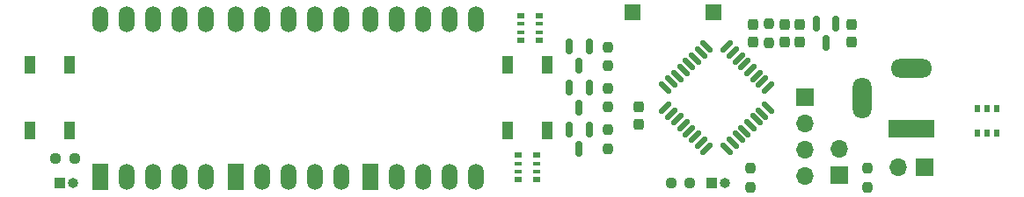
<source format=gbr>
%TF.GenerationSoftware,KiCad,Pcbnew,(6.0.5)*%
%TF.CreationDate,2023-01-29T17:57:26+00:00*%
%TF.ProjectId,PCB reflow Plate,50434220-7265-4666-9c6f-7720506c6174,rev?*%
%TF.SameCoordinates,Original*%
%TF.FileFunction,Soldermask,Top*%
%TF.FilePolarity,Negative*%
%FSLAX46Y46*%
G04 Gerber Fmt 4.6, Leading zero omitted, Abs format (unit mm)*
G04 Created by KiCad (PCBNEW (6.0.5)) date 2023-01-29 17:57:26*
%MOMM*%
%LPD*%
G01*
G04 APERTURE LIST*
G04 Aperture macros list*
%AMRoundRect*
0 Rectangle with rounded corners*
0 $1 Rounding radius*
0 $2 $3 $4 $5 $6 $7 $8 $9 X,Y pos of 4 corners*
0 Add a 4 corners polygon primitive as box body*
4,1,4,$2,$3,$4,$5,$6,$7,$8,$9,$2,$3,0*
0 Add four circle primitives for the rounded corners*
1,1,$1+$1,$2,$3*
1,1,$1+$1,$4,$5*
1,1,$1+$1,$6,$7*
1,1,$1+$1,$8,$9*
0 Add four rect primitives between the rounded corners*
20,1,$1+$1,$2,$3,$4,$5,0*
20,1,$1+$1,$4,$5,$6,$7,0*
20,1,$1+$1,$6,$7,$8,$9,0*
20,1,$1+$1,$8,$9,$2,$3,0*%
G04 Aperture macros list end*
%ADD10R,1.000000X1.000000*%
%ADD11O,1.000000X1.000000*%
%ADD12RoundRect,0.237500X-0.237500X0.300000X-0.237500X-0.300000X0.237500X-0.300000X0.237500X0.300000X0*%
%ADD13R,1.500000X1.500000*%
%ADD14R,4.400000X1.800000*%
%ADD15O,4.000000X1.800000*%
%ADD16O,1.800000X4.000000*%
%ADD17RoundRect,0.237500X-0.237500X0.250000X-0.237500X-0.250000X0.237500X-0.250000X0.237500X0.250000X0*%
%ADD18R,0.510000X0.700000*%
%ADD19R,1.524000X2.524000*%
%ADD20O,1.524000X2.524000*%
%ADD21RoundRect,0.150000X-0.150000X0.587500X-0.150000X-0.587500X0.150000X-0.587500X0.150000X0.587500X0*%
%ADD22RoundRect,0.237500X0.237500X-0.250000X0.237500X0.250000X-0.237500X0.250000X-0.237500X-0.250000X0*%
%ADD23RoundRect,0.237500X0.250000X0.237500X-0.250000X0.237500X-0.250000X-0.237500X0.250000X-0.237500X0*%
%ADD24R,1.700000X1.700000*%
%ADD25O,1.700000X1.700000*%
%ADD26RoundRect,0.237500X0.237500X-0.300000X0.237500X0.300000X-0.237500X0.300000X-0.237500X-0.300000X0*%
%ADD27RoundRect,0.125000X0.353553X0.530330X-0.530330X-0.353553X-0.353553X-0.530330X0.530330X0.353553X0*%
%ADD28RoundRect,0.125000X-0.353553X0.530330X-0.530330X0.353553X0.353553X-0.530330X0.530330X-0.353553X0*%
%ADD29R,0.800000X0.500000*%
%ADD30R,0.800000X0.400000*%
%ADD31R,1.000000X1.700000*%
G04 APERTURE END LIST*
D10*
%TO.C,TH2*%
X130000000Y-46250000D03*
D11*
X131270000Y-46250000D03*
%TD*%
D10*
%TO.C,TH1*%
X192750000Y-46250000D03*
D11*
X194020000Y-46250000D03*
%TD*%
D12*
%TO.C,C1*%
X206250000Y-30887500D03*
X206250000Y-32612500D03*
%TD*%
D13*
%TO.C,SW3*%
X185100000Y-29750000D03*
X192900000Y-29750000D03*
%TD*%
D14*
%TO.C,J4*%
X212000000Y-41000000D03*
D15*
X212000000Y-35200000D03*
D16*
X207200000Y-38000000D03*
%TD*%
D17*
%TO.C,R9*%
X196500000Y-44837500D03*
X196500000Y-46662500D03*
%TD*%
D18*
%TO.C,Q3*%
X218300000Y-41410000D03*
X219250000Y-41410000D03*
X220200000Y-41410000D03*
X220200000Y-39090000D03*
X219250000Y-39090000D03*
X218300000Y-39090000D03*
%TD*%
D19*
%TO.C,U4*%
X146920000Y-45620000D03*
D20*
X149460000Y-45620000D03*
X152000000Y-45620000D03*
X154540000Y-45620000D03*
X157080000Y-45620000D03*
X157080000Y-30380000D03*
X154540000Y-30380000D03*
X152000000Y-30380000D03*
X149460000Y-30380000D03*
X146920000Y-30380000D03*
%TD*%
D21*
%TO.C,U1*%
X203750000Y-32687500D03*
X202800000Y-30812500D03*
X204700000Y-30812500D03*
%TD*%
D22*
%TO.C,R6*%
X198250000Y-32662500D03*
X198250000Y-30837500D03*
%TD*%
%TO.C,R5*%
X207750000Y-46662500D03*
X207750000Y-44837500D03*
%TD*%
D23*
%TO.C,R3*%
X131412500Y-43900000D03*
X129587500Y-43900000D03*
%TD*%
D24*
%TO.C,J5*%
X213250000Y-44750000D03*
D25*
X210710000Y-44750000D03*
%TD*%
D24*
%TO.C,J2*%
X201750000Y-37950000D03*
D25*
X201750000Y-40490000D03*
X201750000Y-43030000D03*
X201750000Y-45570000D03*
%TD*%
D24*
%TO.C,J1*%
X205000000Y-45525000D03*
D25*
X205000000Y-42985000D03*
%TD*%
D26*
%TO.C,C2*%
X201250000Y-32612500D03*
X201250000Y-30887500D03*
%TD*%
D27*
%TO.C,U2*%
X198167084Y-37027728D03*
X197601398Y-36462043D03*
X197035713Y-35896357D03*
X196470028Y-35330672D03*
X195904342Y-34764986D03*
X195338657Y-34199301D03*
X194772971Y-33633616D03*
X194207286Y-33067930D03*
D28*
X192262742Y-33067930D03*
X191697057Y-33633616D03*
X191131371Y-34199301D03*
X190565686Y-34764986D03*
X190000000Y-35330672D03*
X189434315Y-35896357D03*
X188868630Y-36462043D03*
X188302944Y-37027728D03*
D27*
X188302944Y-38972272D03*
X188868630Y-39537957D03*
X189434315Y-40103643D03*
X190000000Y-40669328D03*
X190565686Y-41235014D03*
X191131371Y-41800699D03*
X191697057Y-42366384D03*
X192262742Y-42932070D03*
D28*
X194207286Y-42932070D03*
X194772971Y-42366384D03*
X195338657Y-41800699D03*
X195904342Y-41235014D03*
X196470028Y-40669328D03*
X197035713Y-40103643D03*
X197601398Y-39537957D03*
X198167084Y-38972272D03*
%TD*%
D29*
%TO.C,RN1*%
X176150000Y-32450000D03*
D30*
X176150000Y-31650000D03*
X176150000Y-30850000D03*
D29*
X176150000Y-30050000D03*
X174350000Y-30050000D03*
D30*
X174350000Y-30850000D03*
X174350000Y-31650000D03*
D29*
X174350000Y-32450000D03*
%TD*%
D12*
%TO.C,C5*%
X185750000Y-40612500D03*
X185750000Y-38887500D03*
%TD*%
D22*
%TO.C,R7*%
X182750000Y-42912500D03*
X182750000Y-41087500D03*
%TD*%
D21*
%TO.C,Q2*%
X180950000Y-37062500D03*
X179050000Y-37062500D03*
X180000000Y-38937500D03*
%TD*%
D26*
%TO.C,C7*%
X196750000Y-32612500D03*
X196750000Y-30887500D03*
%TD*%
D19*
%TO.C,U5*%
X133920000Y-45620000D03*
D20*
X136460000Y-45620000D03*
X139000000Y-45620000D03*
X141540000Y-45620000D03*
X144080000Y-45620000D03*
X144080000Y-30380000D03*
X141540000Y-30380000D03*
X139000000Y-30380000D03*
X136460000Y-30380000D03*
X133920000Y-30380000D03*
%TD*%
D31*
%TO.C,SW2*%
X130900000Y-34850000D03*
X130900000Y-41150000D03*
X127100000Y-41150000D03*
X127100000Y-34850000D03*
%TD*%
D19*
%TO.C,U3*%
X159920000Y-45620000D03*
D20*
X162460000Y-45620000D03*
X165000000Y-45620000D03*
X167540000Y-45620000D03*
X170080000Y-45620000D03*
X170080000Y-30380000D03*
X167540000Y-30380000D03*
X165000000Y-30380000D03*
X162460000Y-30380000D03*
X159920000Y-30380000D03*
%TD*%
D26*
%TO.C,C6*%
X199750000Y-32612500D03*
X199750000Y-30887500D03*
%TD*%
D23*
%TO.C,R1*%
X190662500Y-46250000D03*
X188837500Y-46250000D03*
%TD*%
D29*
%TO.C,RN2*%
X175900000Y-45950000D03*
D30*
X175900000Y-45150000D03*
X175900000Y-44350000D03*
D29*
X175900000Y-43550000D03*
X174100000Y-43550000D03*
D30*
X174100000Y-44350000D03*
X174100000Y-45150000D03*
D29*
X174100000Y-45950000D03*
%TD*%
D21*
%TO.C,Q1*%
X180950000Y-41062500D03*
X179050000Y-41062500D03*
X180000000Y-42937500D03*
%TD*%
D22*
%TO.C,R10*%
X182750000Y-34912500D03*
X182750000Y-33087500D03*
%TD*%
%TO.C,R8*%
X182750000Y-38912500D03*
X182750000Y-37087500D03*
%TD*%
D31*
%TO.C,SW1*%
X176900000Y-41150000D03*
X176900000Y-34850000D03*
X173100000Y-34850000D03*
X173100000Y-41150000D03*
%TD*%
D21*
%TO.C,Q4*%
X180950000Y-33062500D03*
X179050000Y-33062500D03*
X180000000Y-34937500D03*
%TD*%
M02*

</source>
